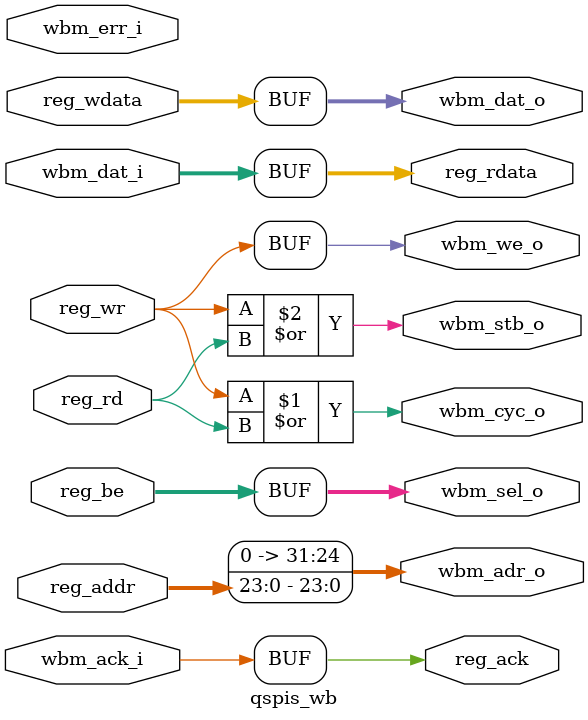
<source format=sv>

module qspis_wb(

             //spis_if Interface
             input  logic         reg_wr          , // write request
             input  logic         reg_rd          , // read request
             input  logic [23:0]  reg_addr        , // address
             input  logic  [3:0]  reg_be          , // Byte enable
             input  logic [31:0]  reg_wdata       , // write data
             output logic  [31:0] reg_rdata       , // read data
             output logic         reg_ack         , // read valid

          // WB Master Port
             output  logic        wbm_cyc_o       ,  // strobe/request
             output  logic        wbm_stb_o       ,  // strobe/request
             output  logic [31:0] wbm_adr_o       ,  // address
             output  logic        wbm_we_o        ,  // write
             output  logic [31:0] wbm_dat_o       ,  // data output
             output  logic [3:0]  wbm_sel_o       ,  // byte enable
             input   logic [31:0] wbm_dat_i       ,  // data input
             input   logic        wbm_ack_i       ,  // acknowlegement
             input   logic        wbm_err_i          // error

);



assign wbm_cyc_o = reg_wr | reg_rd;
assign wbm_stb_o = reg_wr | reg_rd;
assign wbm_adr_o = {4'b0,reg_addr};
assign wbm_we_o  = reg_wr;
assign wbm_sel_o = reg_be;
assign wbm_dat_o = reg_wdata;
assign reg_rdata = wbm_dat_i;
assign reg_ack   = wbm_ack_i;


endmodule

</source>
